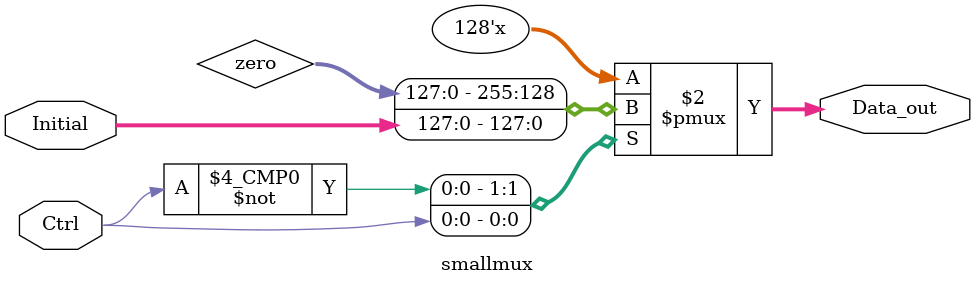
<source format=v>
module decoder(
    DCtrl,
    RoundA,
    RoundB,
    Data_out
    );
    input DCtrl;
    input [128:0] RoundA;
    input [128:0] RoundB;
    output reg [128:0] Data_out; 

    //Whenever there is a change in the Data_in, execute the always block.
    always @(*)
    case (DCtrl)   //case statement. Check all the 8 combinations.
        0 : Data_out = RoundA;
        1 : Data_out = RoundB;
        //To make sure that latches are not created create a default value for output.
        default : Data_out = 8'b00000000; 
    endcase
endmodule


module mux(
    Ctrl,
    RoundA,
    RoundB,
    Initial,
    Data_out
    );

    input [1:0] Ctrl;
    input [127:0] RoundA;
    input [127:0] RoundB;
    input [127:0] Initial;
    output reg [127:0] Data_out; 

    //Whenever there is a change in the Data_in, execute the always block.
    always @(*)
    case (Ctrl)   //case statement. Check all the 8 combinations.
        00 : Data_out = RoundA;
        01 : Data_out = RoundB;
        10 : Data_out = Initial;
        11 : Data_out = Initial;        
        //To make sure that latches are not created create a default value for output.
        default : Data_out = Initial; 
    endcase
endmodule

module smallmux(
    Ctrl,
    Initial,
    Data_out
    );
    
	reg [127:0] zero;
    input Ctrl;
    input [127:0] Initial;
    output reg [127:0] Data_out; 

    //Whenever there is a change in the Data_in, execute the always block.
    always @(*)
    case (Ctrl)   //case statement. Check all the 8 combinations.
        0 : Data_out = zero;
        1 : Data_out = Initial;        
        //To make sure that latches are not created create a default value for output.
        default : Data_out = 128'b00000000; 
    endcase
endmodule



/*
module testdec();
    reg [5:0] counter;
    reg [7:0] RoundA;
    reg [7:0] RoundB;
    wire [7:0] Data_out; 
    
    decoder dec(counter, RoundA, RoundB, Data_out);
    
    initial begin
    	counter = 5'b010; RoundA = 8'b1111; RoundB = 8'b1;#20
    	$display("%b | %b | %b ", Data_out, RoundA, RoundB);
    end


endmodule*/

</source>
